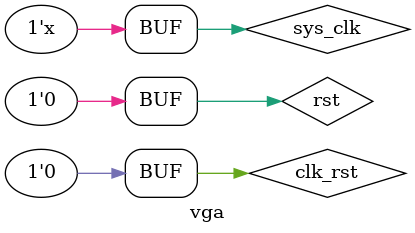
<source format=v>
`timescale 1ns / 1ps


module vga;

	// Inputs
	reg sys_clk;
	reg rst;
	reg clk_rst;

	// Outputs
	wire VGA_CLK;
	wire [2:0] VGA_R;
	wire [2:0] VGA_G;
	wire [1:0] VGA_B;
	wire VGA_HS;
	wire VGA_VS;
	wire VGA_BLANK_N;
	wire VGA_SYNC_N;

	// Instantiate the Unit Under Test (UUT)
	vga_module uut (
		.sys_clk(sys_clk), 
		.rst(rst), 
		.clk_rst(clk_rst),
		.VGA_CLK(VGA_CLK),
		.VGA_R(VGA_R), 
		.VGA_G(VGA_G), 
		.VGA_B(VGA_B), 
		.VGA_HS(VGA_HS), 
		.VGA_VS(VGA_VS), 
		.VGA_BLANK_N(VGA_BLANK_N), 
		.VGA_SYNC_N(VGA_SYNC_N)
	);

	initial begin
		// Initialize Inputs
		sys_clk = 0;
		rst = 0;
		clk_rst = 1;

		// Wait 100 ns for global reset to finish
		#100;
		rst = 1;
		clk_rst = 0;
		#100;
		rst = 0;
		 
		// Add stimulus here

	end
		always #100 sys_clk=~sys_clk;
      
endmodule


</source>
